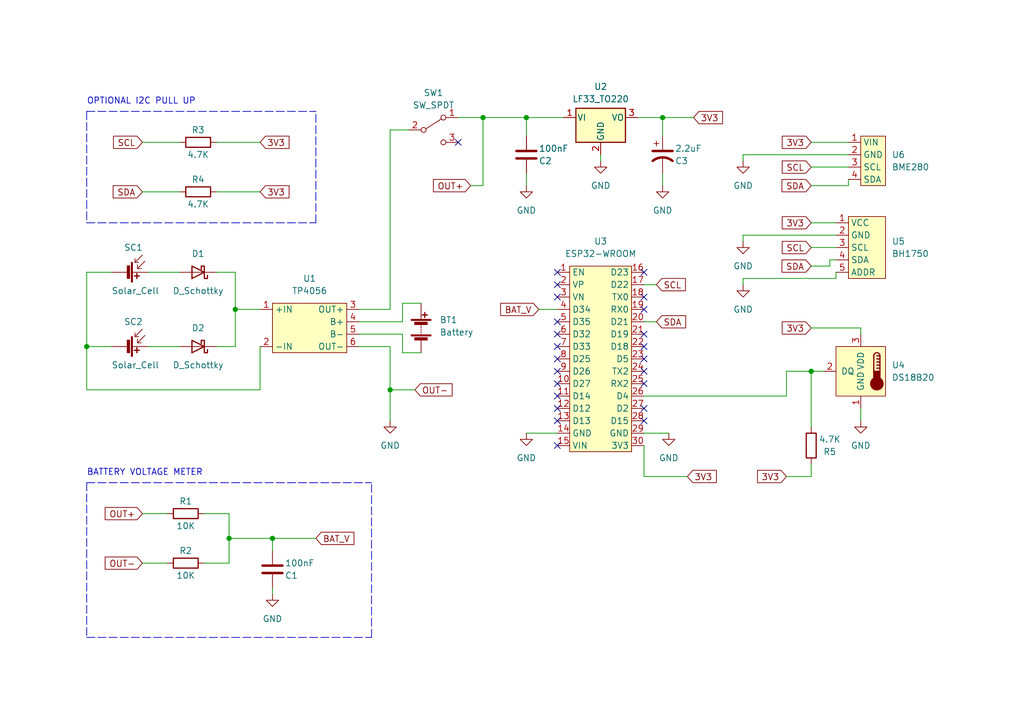
<source format=kicad_sch>
(kicad_sch (version 20211123) (generator eeschema)
  (paper "A5")
  (title_block (title "Meteo Station") (date "2022-01-24") (rev "1.0") (company "Author: alicja.space"))
  (lib_symbols
    (symbol "Device:Battery" (pin_numbers hide) (pin_names (offset 0) hide)
      (property "Reference" "BT" (at 2.54 2.54 0))
      (property "Value" "Battery" (at 2.54 0 0))
      (symbol "Battery_0_1"
        (rectangle (start -2.032 -1.397) (end 2.032 -1.651) (fill (type outline)))
        (rectangle (start -2.032 1.778) (end 2.032 1.524) (fill (type outline)))
        (rectangle (start -1.3208 -1.9812) (end 1.27 -2.4892) (fill (type outline)))
        (rectangle (start -1.3208 1.1938) (end 1.27 0.6858) (fill (type outline)))
        (polyline (pts (xy 0 -1.524) (xy 0 -1.27)))
        (polyline (pts (xy 0 -1.016) (xy 0 -0.762)))
        (polyline (pts (xy 0 -0.508) (xy 0 -0.254)))
        (polyline (pts (xy 0 0) (xy 0 0.254)))
        (polyline (pts (xy 0 0.508) (xy 0 0.762)))
        (polyline (pts (xy 0 1.778) (xy 0 2.54)))
        (polyline (pts (xy 0.254 2.667) (xy 1.27 2.667)) (stroke (width 0.254)))
        (polyline (pts (xy 0.762 3.175) (xy 0.762 2.159)) (stroke (width 0.254)))
      )
      (symbol "Battery_1_1"
        (pin passive line (at 0 5.08 270) (length 2.54) (name "+") (number "1"))
        (pin passive line (at 0 -5.08 90) (length 2.54) (name "-") (number "2"))
      )
    )
    (symbol "Device:C" (pin_numbers hide) (pin_names (offset 0.254))
      (property "Reference" "C" (at 0.635 2.54 0))
      (property "Value" "C" (at 0.635 -2.54 0))
      (symbol "C_0_1"
        (polyline (pts (xy -2.032 -0.762) (xy 2.032 -0.762)) (stroke (width 0.508)))
        (polyline (pts (xy -2.032 0.762) (xy 2.032 0.762)) (stroke (width 0.508)))
      )
      (symbol "C_1_1"
        (pin passive line (at 0 3.81 270) (length 2.794) (name "~") (number "1"))
        (pin passive line (at 0 -3.81 90) (length 2.794) (name "~") (number "2"))
      )
    )
    (symbol "Device:C_Polarized_US" (pin_numbers hide) (pin_names (offset 0.254) hide)
      (property "Reference" "C" (at 0.635 2.54 0))
      (property "Value" "C_Polarized_US" (at 0.635 -2.54 0))
      (symbol "C_Polarized_US_0_1"
        (polyline (pts (xy -2.032 0.762) (xy 2.032 0.762)) (stroke (width 0.508)))
        (polyline (pts (xy -1.778 2.286) (xy -0.762 2.286)))
        (polyline (pts (xy -1.27 1.778) (xy -1.27 2.794)))
        (arc (start 2.032 -1.27) (mid 0 -0.5572) (end -2.032 -1.27) (stroke (width 0.508)))
      )
      (symbol "C_Polarized_US_1_1"
        (pin passive line (at 0 3.81 270) (length 2.794) (name "~") (number "1"))
        (pin passive line (at 0 -3.81 90) (length 3.302) (name "~") (number "2"))
      )
    )
    (symbol "Device:D_Schottky" (pin_numbers hide) (pin_names (offset 1.016) hide)
      (property "Reference" "D" (at 0 2.54 0))
      (property "Value" "D_Schottky" (at 0 -2.54 0))
      (symbol "D_Schottky_0_1"
        (polyline (pts (xy 1.27 0) (xy -1.27 0)))
        (polyline (pts (xy 1.27 1.27) (xy 1.27 -1.27) (xy -1.27 0) (xy 1.27 1.27)) (stroke (width 0.254)))
        (polyline (pts (xy -1.905 0.635) (xy -1.905 1.27) (xy -1.27 1.27) (xy -1.27 -1.27) (xy -0.635 -1.27) (xy -0.635 -0.635)) (stroke (width 0.254)))
      )
      (symbol "D_Schottky_1_1"
        (pin passive line (at -3.81 0 0) (length 2.54) (name "K") (number "1"))
        (pin passive line (at 3.81 0 180) (length 2.54) (name "A") (number "2"))
      )
    )
    (symbol "Device:R" (pin_numbers hide) (pin_names (offset 0))
      (property "Reference" "R" (at 2.032 0 90))
      (property "Value" "R" (at 0 0 90))
      (symbol "R_0_1"
        (rectangle (start -1.016 -2.54) (end 1.016 2.54) (stroke (width 0.254)))
      )
      (symbol "R_1_1"
        (pin passive line (at 0 3.81 270) (length 1.27) (name "~") (number "1"))
        (pin passive line (at 0 -3.81 90) (length 1.27) (name "~") (number "2"))
      )
    )
    (symbol "Device:Solar_Cell" (pin_numbers hide) (pin_names (offset 0) hide)
      (property "Reference" "SC" (at 2.54 2.54 0))
      (property "Value" "Solar_Cell" (at 2.54 0 0))
      (symbol "Solar_Cell_0_1"
        (rectangle (start -2.032 1.778) (end 2.032 1.524) (fill (type outline)))
        (rectangle (start -1.3208 1.1938) (end 1.27 0.6858) (fill (type outline)))
        (polyline (pts (xy -2.032 2.286) (xy -3.556 3.81)))
        (polyline (pts (xy -0.762 2.794) (xy -2.286 4.318)))
        (polyline (pts (xy 0 0.762) (xy 0 0)))
        (polyline (pts (xy 0 1.778) (xy 0 2.54)))
        (polyline (pts (xy 0.254 2.667) (xy 1.27 2.667)) (stroke (width 0.254)))
        (polyline (pts (xy 0.762 3.175) (xy 0.762 2.159)) (stroke (width 0.254)))
        (polyline (pts (xy -2.032 3.048) (xy -2.032 2.286) (xy -2.794 2.286)))
        (polyline (pts (xy -0.762 3.556) (xy -0.762 2.794) (xy -1.524 2.794)))
      )
      (symbol "Solar_Cell_1_1"
        (pin passive line (at 0 5.08 270) (length 2.54) (name "+") (number "1"))
        (pin passive line (at 0 -2.54 90) (length 2.54) (name "-") (number "2"))
      )
    )
    (symbol "Switch:SW_SPDT" (pin_names (offset 0) hide)
      (property "Reference" "SW" (at 0 4.318 0))
      (property "Value" "SW_SPDT" (at 0 -5.08 0))
      (symbol "SW_SPDT_0_0"
        (circle (center -2.032 0) (radius 0.508))
        (circle (center 2.032 -2.54) (radius 0.508))
      )
      (symbol "SW_SPDT_0_1"
        (polyline (pts (xy -1.524 0.254) (xy 1.651 2.286)))
        (circle (center 2.032 2.54) (radius 0.508))
      )
      (symbol "SW_SPDT_1_1"
        (pin passive line (at 5.08 2.54 180) (length 2.54) (name "A") (number "1"))
        (pin passive line (at -5.08 0 0) (length 2.54) (name "B") (number "2"))
        (pin passive line (at 5.08 -2.54 180) (length 2.54) (name "C") (number "3"))
      )
    )
    (symbol "meteo_station_symbols:BH1750"
      (property "Reference" "U" (at 0 8.89 0))
      (property "Value" "BH1750" (at 0 6.35 0))
      (symbol "BH1750_0_1"
        (rectangle (start -3.81 3.81) (end 3.81 -8.89) (fill (type background)))
      )
      (symbol "BH1750_1_1"
        (pin power_in line (at -6.35 2.54 0) (length 2.54) (name "VCC") (number "1"))
        (pin power_in line (at -6.35 0 0) (length 2.54) (name "GND") (number "2"))
        (pin bidirectional line (at -6.35 -2.54 0) (length 2.54) (name "SCL") (number "3"))
        (pin bidirectional line (at -6.35 -5.08 0) (length 2.54) (name "SDA") (number "4"))
        (pin passive line (at -6.35 -7.62 0) (length 2.54) (name "ADDR") (number "5"))
      )
    )
    (symbol "meteo_station_symbols:BME280"
      (property "Reference" "U" (at 0 7.62 0))
      (property "Value" "BME280" (at 0 5.08 0))
      (symbol "BME280_0_1"
        (rectangle (start -2.54 2.54) (end 2.54 -7.62) (fill (type background)))
      )
      (symbol "BME280_1_1"
        (pin power_in line (at 5.08 1.27 180) (length 2.54) (name "VIN") (number "1"))
        (pin power_in line (at 5.08 -1.27 180) (length 2.54) (name "GND") (number "2"))
        (pin bidirectional line (at 5.08 -3.81 180) (length 2.54) (name "SCL") (number "3"))
        (pin bidirectional line (at 5.08 -6.35 180) (length 2.54) (name "SDA") (number "4"))
      )
    )
    (symbol "meteo_station_symbols:DS18B20" (pin_names (offset 1.016))
      (property "Reference" "U" (at -3.81 6.35 0))
      (property "Value" "DS18B20" (at 6.35 6.35 0))
      (symbol "DS18B20_0_1"
        (rectangle (start -5.08 5.08) (end 5.08 -5.08) (fill (type background)))
        (circle (center -3.302 -2.54) (radius 1.27) (stroke (width 0.254)) (fill (type outline)))
        (rectangle (start -2.667 -1.905) (end -3.937 0) (stroke (width 0.254)) (fill (type outline)))
        (arc (start -2.667 3.175) (mid -3.302 3.81) (end -3.937 3.175) (stroke (width 0.254)))
        (polyline (pts (xy -3.937 0.635) (xy -3.302 0.635)) (stroke (width 0.254)))
        (polyline (pts (xy -3.937 1.27) (xy -3.302 1.27)) (stroke (width 0.254)))
        (polyline (pts (xy -3.937 1.905) (xy -3.302 1.905)) (stroke (width 0.254)))
        (polyline (pts (xy -3.937 2.54) (xy -3.302 2.54)) (stroke (width 0.254)))
        (polyline (pts (xy -3.937 3.175) (xy -3.937 0)) (stroke (width 0.254)))
        (polyline (pts (xy -3.937 3.175) (xy -3.302 3.175)) (stroke (width 0.254)))
        (polyline (pts (xy -2.667 3.175) (xy -2.667 0)) (stroke (width 0.254)))
      )
      (symbol "DS18B20_1_1"
        (pin power_in line (at 0 -7.62 90) (length 2.54) (name "GND") (number "1"))
        (pin bidirectional line (at 7.62 0 180) (length 2.54) (name "DQ") (number "2"))
        (pin power_in line (at 0 7.62 270) (length 2.54) (name "VDD") (number "3"))
      )
    )
    (symbol "meteo_station_symbols:ESP32-WROOM"
      (property "Reference" "U" (at 0 12.7 0))
      (property "Value" "ESP32-WROOM" (at 0 10.16 0))
      (symbol "ESP32-WROOM_0_1"
        (rectangle (start -6.35 6.35) (end 6.35 -31.75) (fill (type background)))
      )
      (symbol "ESP32-WROOM_1_1"
        (pin bidirectional line (at -8.89 5.08 0) (length 2.54) (name "EN") (number "1"))
        (pin bidirectional line (at -8.89 -17.78 0) (length 2.54) (name "D27") (number "10"))
        (pin bidirectional line (at -8.89 -20.32 0) (length 2.54) (name "D14") (number "11"))
        (pin bidirectional line (at -8.89 -22.86 0) (length 2.54) (name "D12") (number "12"))
        (pin bidirectional line (at -8.89 -25.4 0) (length 2.54) (name "D13") (number "13"))
        (pin passive line (at -8.89 -27.94 0) (length 2.54) (name "GND") (number "14"))
        (pin passive line (at -8.89 -30.48 0) (length 2.54) (name "VIN") (number "15"))
        (pin bidirectional line (at 8.89 5.08 180) (length 2.54) (name "D23") (number "16"))
        (pin bidirectional line (at 8.89 2.54 180) (length 2.54) (name "D22") (number "17"))
        (pin bidirectional line (at 8.89 0 180) (length 2.54) (name "TX0") (number "18"))
        (pin bidirectional line (at 8.89 -2.54 180) (length 2.54) (name "RX0") (number "19"))
        (pin bidirectional line (at -8.89 2.54 0) (length 2.54) (name "VP") (number "2"))
        (pin bidirectional line (at 8.89 -5.08 180) (length 2.54) (name "D21") (number "20"))
        (pin bidirectional line (at 8.89 -7.62 180) (length 2.54) (name "D19") (number "21"))
        (pin bidirectional line (at 8.89 -10.16 180) (length 2.54) (name "D18") (number "22"))
        (pin bidirectional line (at 8.89 -12.7 180) (length 2.54) (name "D5") (number "23"))
        (pin bidirectional line (at 8.89 -15.24 180) (length 2.54) (name "TX2") (number "24"))
        (pin bidirectional line (at 8.89 -17.78 180) (length 2.54) (name "RX2") (number "25"))
        (pin bidirectional line (at 8.89 -20.32 180) (length 2.54) (name "D4") (number "26"))
        (pin bidirectional line (at 8.89 -22.86 180) (length 2.54) (name "D2") (number "27"))
        (pin bidirectional line (at 8.89 -25.4 180) (length 2.54) (name "D15") (number "28"))
        (pin power_in line (at 8.89 -27.94 180) (length 2.54) (name "GND") (number "29"))
        (pin bidirectional line (at -8.89 0 0) (length 2.54) (name "VN") (number "3"))
        (pin power_out line (at 8.89 -30.48 180) (length 2.54) (name "3V3") (number "30"))
        (pin bidirectional line (at -8.89 -2.54 0) (length 2.54) (name "D34") (number "4"))
        (pin bidirectional line (at -8.89 -5.08 0) (length 2.54) (name "D35") (number "5"))
        (pin bidirectional line (at -8.89 -7.62 0) (length 2.54) (name "D32") (number "6"))
        (pin bidirectional line (at -8.89 -10.16 0) (length 2.54) (name "D33") (number "7"))
        (pin bidirectional line (at -8.89 -12.7 0) (length 2.54) (name "D25") (number "8"))
        (pin bidirectional line (at -8.89 -15.24 0) (length 2.54) (name "D26") (number "9"))
      )
    )
    (symbol "meteo_station_symbols:LF33_TO220" (pin_names (offset 0.254))
      (property "Reference" "U" (at -3.81 3.175 0))
      (property "Value" "LF33_TO220" (at 0 3.175 0))
      (symbol "LF33_TO220_0_1"
        (rectangle (start -5.08 1.905) (end 5.08 -5.08) (stroke (width 0.254)) (fill (type background)))
      )
      (symbol "LF33_TO220_1_1"
        (pin passive line (at -7.62 0 0) (length 2.54) (name "VI") (number "1"))
        (pin power_in line (at 0 -7.62 90) (length 2.54) (name "GND") (number "2"))
        (pin passive line (at 7.62 0 180) (length 2.54) (name "VO") (number "3"))
      )
    )
    (symbol "meteo_station_symbols:TP4056"
      (property "Reference" "U" (at 0 10.16 0))
      (property "Value" "TP4056" (at 0 7.62 0))
      (symbol "TP4056_0_1"
        (rectangle (start -7.62 5.08) (end 7.62 -5.08) (fill (type background)))
      )
      (symbol "TP4056_1_1"
        (pin passive line (at -10.16 3.81 0) (length 2.54) (name "+IN") (number "1"))
        (pin passive line (at -10.16 -3.81 0) (length 2.54) (name "-IN") (number "2"))
        (pin power_out line (at 10.16 3.81 180) (length 2.54) (name "OUT+") (number "3"))
        (pin power_out line (at 10.16 1.27 180) (length 2.54) (name "B+") (number "4"))
        (pin power_out line (at 10.16 -1.27 180) (length 2.54) (name "B-") (number "5"))
        (pin power_out line (at 10.16 -3.81 180) (length 2.54) (name "OUT-") (number "6"))
      )
    )
    (symbol "power:GND" (power) (pin_names (offset 0))
      (property "Value" "GND" (at 0 -3.81 0))
      (symbol "GND_0_1"
        (polyline (pts (xy 0 0) (xy 0 -1.27) (xy 1.27 -1.27) (xy 0 -2.54) (xy -1.27 -1.27) (xy 0 -1.27)))
      )
      (symbol "GND_1_1"
        (pin power_in line (at 0 0 270) (length 0) hide (name "GND") (number "1"))
      )
    )
  )
  (junction (at 46.99 110.49))
  (junction (at 48.26 63.5))
  (junction (at 107.95 24.13))
  (junction (at 55.88 110.49))
  (junction (at 17.78 71.12))
  (junction (at 99.06 24.13))
  (junction (at 135.89 24.13))
  (junction (at 166.37 76.2))
  (junction (at 80.01 80.01))
  (no_connect (at 93.98 29.21))
  (no_connect (at 114.3 91.44))
  (no_connect (at 132.08 68.58))
  (no_connect (at 132.08 76.2))
  (no_connect (at 132.08 78.74))
  (no_connect (at 132.08 55.88))
  (no_connect (at 114.3 55.88))
  (no_connect (at 132.08 63.5))
  (no_connect (at 132.08 60.96))
  (no_connect (at 114.3 81.28))
  (no_connect (at 114.3 73.66))
  (no_connect (at 114.3 76.2))
  (no_connect (at 114.3 78.74))
  (no_connect (at 114.3 83.82))
  (no_connect (at 132.08 83.82))
  (no_connect (at 132.08 73.66))
  (no_connect (at 132.08 71.12))
  (no_connect (at 114.3 71.12))
  (no_connect (at 114.3 86.36))
  (no_connect (at 114.3 58.42))
  (no_connect (at 114.3 60.96))
  (no_connect (at 114.3 66.04))
  (no_connect (at 114.3 68.58))
  (no_connect (at 132.08 86.36))
  (polyline (pts (xy 17.78 22.86) (xy 17.78 45.72)))
  (wire (pts (xy 30.48 71.12) (xy 36.83 71.12)))
  (wire (pts (xy 161.29 76.2) (xy 161.29 81.28)))
  (wire (pts (xy 166.37 95.25) (xy 166.37 97.79)))
  (polyline (pts (xy 17.78 22.86) (xy 64.77 22.86)))
  (wire (pts (xy 29.21 39.37) (xy 36.83 39.37)))
  (wire (pts (xy 170.18 53.34) (xy 171.45 53.34)))
  (wire (pts (xy 166.37 54.61) (xy 170.18 54.61)))
  (wire (pts (xy 132.08 66.04) (xy 134.62 66.04)))
  (wire (pts (xy 29.21 29.21) (xy 36.83 29.21)))
  (wire (pts (xy 166.37 29.21) (xy 173.99 29.21)))
  (wire (pts (xy 135.89 24.13) (xy 142.24 24.13)))
  (wire (pts (xy 73.66 66.04) (xy 82.55 66.04)))
  (wire (pts (xy 99.06 24.13) (xy 107.95 24.13)))
  (wire (pts (xy 44.45 29.21) (xy 53.34 29.21)))
  (wire (pts (xy 44.45 71.12) (xy 48.26 71.12)))
  (wire (pts (xy 152.4 57.15) (xy 152.4 58.42)))
  (wire (pts (xy 55.88 110.49) (xy 64.77 110.49)))
  (wire (pts (xy 48.26 63.5) (xy 53.34 63.5)))
  (wire (pts (xy 53.34 71.12) (xy 53.34 80.01)))
  (wire (pts (xy 48.26 55.88) (xy 48.26 63.5)))
  (wire (pts (xy 132.08 88.9) (xy 137.16 88.9)))
  (wire (pts (xy 73.66 71.12) (xy 80.01 71.12)))
  (wire (pts (xy 107.95 24.13) (xy 115.57 24.13)))
  (wire (pts (xy 46.99 105.41) (xy 46.99 110.49)))
  (wire (pts (xy 96.52 38.1) (xy 99.06 38.1)))
  (wire (pts (xy 80.01 71.12) (xy 80.01 80.01)))
  (wire (pts (xy 80.01 26.67) (xy 80.01 63.5)))
  (wire (pts (xy 55.88 120.65) (xy 55.88 121.92)))
  (wire (pts (xy 166.37 34.29) (xy 173.99 34.29)))
  (wire (pts (xy 80.01 80.01) (xy 85.09 80.01)))
  (wire (pts (xy 166.37 50.8) (xy 171.45 50.8)))
  (wire (pts (xy 166.37 67.31) (xy 176.53 67.31)))
  (wire (pts (xy 123.19 31.75) (xy 123.19 33.02)))
  (wire (pts (xy 132.08 97.79) (xy 140.97 97.79)))
  (polyline (pts (xy 76.2 130.81) (xy 76.2 99.06)))
  (polyline (pts (xy 17.78 99.06) (xy 76.2 99.06)))
  (wire (pts (xy 46.99 115.57) (xy 41.91 115.57)))
  (polyline (pts (xy 17.78 45.72) (xy 64.77 45.72)))
  (wire (pts (xy 82.55 62.23) (xy 86.36 62.23)))
  (wire (pts (xy 41.91 105.41) (xy 46.99 105.41)))
  (wire (pts (xy 135.89 27.94) (xy 135.89 24.13)))
  (wire (pts (xy 17.78 80.01) (xy 17.78 71.12)))
  (wire (pts (xy 166.37 38.1) (xy 173.99 38.1)))
  (wire (pts (xy 73.66 68.58) (xy 82.55 68.58)))
  (polyline (pts (xy 17.78 99.06) (xy 17.78 130.81)))
  (polyline (pts (xy 17.78 130.81) (xy 76.2 130.81)))
  (wire (pts (xy 73.66 63.5) (xy 80.01 63.5)))
  (wire (pts (xy 176.53 83.82) (xy 176.53 86.36)))
  (wire (pts (xy 17.78 71.12) (xy 22.86 71.12)))
  (wire (pts (xy 152.4 31.75) (xy 152.4 33.02)))
  (wire (pts (xy 173.99 38.1) (xy 173.99 36.83)))
  (wire (pts (xy 17.78 55.88) (xy 17.78 71.12)))
  (wire (pts (xy 93.98 24.13) (xy 99.06 24.13)))
  (wire (pts (xy 86.36 72.39) (xy 82.55 72.39)))
  (wire (pts (xy 80.01 80.01) (xy 80.01 86.36)))
  (wire (pts (xy 166.37 76.2) (xy 168.91 76.2)))
  (wire (pts (xy 152.4 57.15) (xy 171.45 57.15)))
  (wire (pts (xy 152.4 48.26) (xy 152.4 49.53)))
  (wire (pts (xy 83.82 26.67) (xy 80.01 26.67)))
  (wire (pts (xy 166.37 45.72) (xy 171.45 45.72)))
  (wire (pts (xy 46.99 110.49) (xy 55.88 110.49)))
  (wire (pts (xy 132.08 58.42) (xy 134.62 58.42)))
  (wire (pts (xy 29.21 105.41) (xy 34.29 105.41)))
  (wire (pts (xy 17.78 80.01) (xy 53.34 80.01)))
  (wire (pts (xy 55.88 110.49) (xy 55.88 113.03)))
  (wire (pts (xy 22.86 55.88) (xy 17.78 55.88)))
  (wire (pts (xy 171.45 55.88) (xy 171.45 57.15)))
  (wire (pts (xy 46.99 110.49) (xy 46.99 115.57)))
  (wire (pts (xy 110.49 63.5) (xy 114.3 63.5)))
  (wire (pts (xy 152.4 48.26) (xy 171.45 48.26)))
  (wire (pts (xy 48.26 55.88) (xy 44.45 55.88)))
  (wire (pts (xy 107.95 88.9) (xy 114.3 88.9)))
  (wire (pts (xy 166.37 76.2) (xy 166.37 87.63)))
  (wire (pts (xy 107.95 35.56) (xy 107.95 38.1)))
  (wire (pts (xy 107.95 24.13) (xy 107.95 27.94)))
  (wire (pts (xy 161.29 97.79) (xy 166.37 97.79)))
  (wire (pts (xy 173.99 31.75) (xy 152.4 31.75)))
  (polyline (pts (xy 64.77 45.72) (xy 64.77 22.86)))
  (wire (pts (xy 132.08 91.44) (xy 132.08 97.79)))
  (wire (pts (xy 135.89 35.56) (xy 135.89 38.1)))
  (wire (pts (xy 132.08 81.28) (xy 161.29 81.28)))
  (wire (pts (xy 161.29 76.2) (xy 166.37 76.2)))
  (wire (pts (xy 176.53 67.31) (xy 176.53 68.58)))
  (wire (pts (xy 82.55 66.04) (xy 82.55 62.23)))
  (wire (pts (xy 29.21 115.57) (xy 34.29 115.57)))
  (wire (pts (xy 99.06 24.13) (xy 99.06 38.1)))
  (wire (pts (xy 44.45 39.37) (xy 53.34 39.37)))
  (wire (pts (xy 170.18 54.61) (xy 170.18 53.34)))
  (wire (pts (xy 30.48 55.88) (xy 36.83 55.88)))
  (wire (pts (xy 82.55 72.39) (xy 82.55 68.58)))
  (wire (pts (xy 48.26 71.12) (xy 48.26 63.5)))
  (wire (pts (xy 130.81 24.13) (xy 135.89 24.13)))
  (text "OPTIONAL I2C PULL UP" (at 17.78 21.59 0) (effects (font (size 1.27 1.27)) (justify left bottom)))
  (text "BATTERY VOLTAGE METER" (at 17.78 97.79 0) (effects (font (size 1.27 1.27)) (justify left bottom)))
  (global_label "SCL" (shape input) (at 29.21 29.21 180) (property "Intersheet References" "${INTERSHEET_REFS}" (effects hide)))
  (global_label "3V3" (shape input) (at 53.34 39.37 0) (property "Intersheet References" "${INTERSHEET_REFS}" (effects hide)))
  (global_label "3V3" (shape input) (at 142.24 24.13 0) (property "Intersheet References" "${INTERSHEET_REFS}" (effects hide)))
  (global_label "SDA" (shape input) (at 29.21 39.37 180) (property "Intersheet References" "${INTERSHEET_REFS}" (effects hide)))
  (global_label "3V3" (shape input) (at 161.29 97.79 180) (property "Intersheet References" "${INTERSHEET_REFS}" (effects hide)))
  (global_label "SDA" (shape input) (at 166.37 38.1 180) (property "Intersheet References" "${INTERSHEET_REFS}" (effects hide)))
  (global_label "OUT+" (shape input) (at 29.21 105.41 180) (property "Intersheet References" "${INTERSHEET_REFS}" (effects hide)))
  (global_label "3V3" (shape input) (at 166.37 29.21 180) (property "Intersheet References" "${INTERSHEET_REFS}" (effects hide)))
  (global_label "OUT-" (shape input) (at 85.09 80.01 0) (property "Intersheet References" "${INTERSHEET_REFS}" (effects hide)))
  (global_label "OUT+" (shape input) (at 96.52 38.1 180) (property "Intersheet References" "${INTERSHEET_REFS}" (effects hide)))
  (global_label "3V3" (shape input) (at 166.37 45.72 180) (property "Intersheet References" "${INTERSHEET_REFS}" (effects hide)))
  (global_label "3V3" (shape input) (at 166.37 67.31 180) (property "Intersheet References" "${INTERSHEET_REFS}" (effects hide)))
  (global_label "SDA" (shape input) (at 134.62 66.04 0) (property "Intersheet References" "${INTERSHEET_REFS}" (effects hide)))
  (global_label "SCL" (shape input) (at 134.62 58.42 0) (property "Intersheet References" "${INTERSHEET_REFS}" (effects hide)))
  (global_label "BAT_V" (shape input) (at 110.49 63.5 180) (property "Intersheet References" "${INTERSHEET_REFS}" (effects hide)))
  (global_label "3V3" (shape input) (at 53.34 29.21 0) (property "Intersheet References" "${INTERSHEET_REFS}" (effects hide)))
  (global_label "OUT-" (shape input) (at 29.21 115.57 180) (property "Intersheet References" "${INTERSHEET_REFS}" (effects hide)))
  (global_label "SCL" (shape input) (at 166.37 34.29 180) (property "Intersheet References" "${INTERSHEET_REFS}" (effects hide)))
  (global_label "SDA" (shape input) (at 166.37 54.61 180) (property "Intersheet References" "${INTERSHEET_REFS}" (effects hide)))
  (global_label "3V3" (shape input) (at 140.97 97.79 0) (property "Intersheet References" "${INTERSHEET_REFS}" (effects hide)))
  (global_label "BAT_V" (shape input) (at 64.77 110.49 0) (property "Intersheet References" "${INTERSHEET_REFS}" (effects hide)))
  (global_label "SCL" (shape input) (at 166.37 50.8 180) (property "Intersheet References" "${INTERSHEET_REFS}" (effects hide)))
  (symbol (lib_id "Device:R") (at 38.1 115.57 270) (unit 1)
    (property "Reference" "R2" (at 38.1 113.03 90))
    (property "Value" "10K" (at 38.1 118.11 90))
    (property "Footprint" "Resistor_SMD:R_0603_1608Metric" (effects hide))
  )
  (symbol (lib_id "power:GND") (at 137.16 88.9 0) (unit 1)
    (property "Reference" "#PWR07" (effects hide))
    (property "Value" "GND" (at 137.16 93.98 0))
  )
  (symbol (lib_id "meteo_station_symbols:TP4056") (at 63.5 67.31 0) (unit 1)
    (property "Reference" "U1" (at 63.5 57.15 0))
    (property "Value" "TP4056" (at 63.5 59.69 0))
    (property "Footprint" "meteo_station_footprints:TP4056" (effects hide))
  )
  (symbol (lib_id "power:GND") (at 152.4 58.42 0) (unit 1)
    (property "Reference" "#PWR010" (effects hide))
    (property "Value" "GND" (at 152.4 63.5 0))
  )
  (symbol (lib_id "Device:R") (at 40.64 39.37 270) (unit 1)
    (property "Reference" "R4" (at 40.64 36.83 90))
    (property "Value" "4.7K" (at 40.64 41.91 90))
    (property "Footprint" "Resistor_SMD:R_0603_1608Metric" (effects hide))
  )
  (symbol (lib_id "Device:Solar_Cell") (at 25.4 71.12 270) (unit 1)
    (property "Reference" "SC2" (at 25.4 66.04 90) (effects (justify left)))
    (property "Value" "Solar_Cell" (at 22.86 74.93 90) (effects (justify left)))
    (property "Footprint" "meteo_station_footprints:SolarPanel_JST" (effects hide))
  )
  (symbol (lib_id "power:GND") (at 135.89 38.1 0) (unit 1)
    (property "Reference" "#PWR06" (effects hide))
    (property "Value" "GND" (at 135.89 43.18 0))
  )
  (symbol (lib_id "Device:Solar_Cell") (at 25.4 55.88 270) (unit 1)
    (property "Reference" "SC1" (at 25.4 50.8 90) (effects (justify left)))
    (property "Value" "Solar_Cell" (at 22.86 59.69 90) (effects (justify left)))
    (property "Footprint" "meteo_station_footprints:SolarPanel_JST" (effects hide))
  )
  (symbol (lib_id "power:GND") (at 152.4 33.02 0) (unit 1)
    (property "Reference" "#PWR08" (effects hide))
    (property "Value" "GND" (at 152.4 38.1 0))
  )
  (symbol (lib_id "power:GND") (at 107.95 88.9 0) (unit 1)
    (property "Reference" "#PWR04" (effects hide))
    (property "Value" "GND" (at 107.95 93.98 0))
  )
  (symbol (lib_id "Device:D_Schottky") (at 40.64 71.12 180) (unit 1)
    (property "Reference" "D2" (at 40.64 67.31 0))
    (property "Value" "D_Schottky" (at 40.64 74.93 0))
    (property "Footprint" "Diode_SMD:D_SMB_Handsoldering" (effects hide))
  )
  (symbol (lib_id "power:GND") (at 107.95 38.1 0) (unit 1)
    (property "Reference" "#PWR03" (effects hide))
    (property "Value" "GND" (at 107.95 43.18 0))
  )
  (symbol (lib_id "Device:C") (at 55.88 116.84 0) (unit 1)
    (property "Reference" "C1" (at 58.42 118.11 0) (effects (justify left)))
    (property "Value" "100nF" (at 58.42 115.57 0) (effects (justify left)))
    (property "Footprint" "Capacitor_SMD:C_0603_1608Metric" (effects hide))
  )
  (symbol (lib_id "meteo_station_symbols:ESP32-WROOM") (at 123.19 60.96 0) (unit 1)
    (property "Reference" "U3" (at 123.19 49.53 0))
    (property "Value" "ESP32-WROOM" (at 123.19 52.07 0))
    (property "Footprint" "meteo_station_footprints:ESP32-WROOM" (effects hide))
  )
  (symbol (lib_id "Switch:SW_SPDT") (at 88.9 26.67 0) (unit 1)
    (property "Reference" "SW1" (at 88.9 19.05 0))
    (property "Value" "SW_SPDT" (at 88.9 21.59 0))
    (property "Footprint" "meteo_station_footprints:MTS102" (effects hide))
  )
  (symbol (lib_id "Device:Battery") (at 86.36 67.31 0) (unit 1)
    (property "Reference" "BT1" (at 90.17 65.6589 0) (effects (justify left)))
    (property "Value" "Battery" (at 90.17 68.1989 0) (effects (justify left)))
    (property "Footprint" "meteo_station_footprints:BatteryHolder" (effects hide))
  )
  (symbol (lib_id "power:GND") (at 176.53 86.36 0) (unit 1)
    (property "Reference" "#PWR011" (effects hide))
    (property "Value" "GND" (at 176.53 91.44 0))
  )
  (symbol (lib_id "power:GND") (at 123.19 33.02 0) (unit 1)
    (property "Reference" "#PWR05" (effects hide))
    (property "Value" "GND" (at 123.19 38.1 0))
  )
  (symbol (lib_id "power:GND") (at 152.4 49.53 0) (unit 1)
    (property "Reference" "#PWR09" (effects hide))
    (property "Value" "GND" (at 152.4 54.61 0))
  )
  (symbol (lib_id "power:GND") (at 80.01 86.36 0) (unit 1)
    (property "Reference" "#PWR02" (effects hide))
    (property "Value" "GND" (at 80.01 91.44 0))
  )
  (symbol (lib_id "Device:R") (at 40.64 29.21 270) (unit 1)
    (property "Reference" "R3" (at 40.64 26.67 90))
    (property "Value" "4.7K" (at 40.64 31.75 90))
    (property "Footprint" "Resistor_SMD:R_0603_1608Metric" (effects hide))
  )
  (symbol (lib_id "power:GND") (at 55.88 121.92 0) (unit 1)
    (property "Reference" "#PWR01" (effects hide))
    (property "Value" "GND" (at 55.88 127 0))
  )
  (symbol (lib_id "meteo_station_symbols:LF33_TO220") (at 123.19 24.13 0) (unit 1)
    (property "Reference" "U2" (at 123.19 17.78 0))
    (property "Value" "LF33_TO220" (at 123.19 20.32 0))
    (property "Footprint" "Package_TO_SOT_THT:TO-220-3_Vertical" (effects hide))
    (property "Datasheet" "http://www.st.com/content/ccc/resource/technical/document/datasheet/c4/0e/7e/2a/be/bc/4c/bd/CD00000546.pdf/files/CD00000546.pdf/jcr:content/translations/en.CD00000546.pdf" (effects hide))
  )
  (symbol (lib_id "Device:C") (at 107.95 31.75 0) (unit 1)
    (property "Reference" "C2" (at 110.49 33.02 0) (effects (justify left)))
    (property "Value" "100nF" (at 110.49 30.48 0) (effects (justify left)))
    (property "Footprint" "Capacitor_SMD:C_0603_1608Metric" (effects hide))
  )
  (symbol (lib_id "Device:C_Polarized_US") (at 135.89 31.75 0) (unit 1)
    (property "Reference" "C3" (at 138.43 33.02 0) (effects (justify left)))
    (property "Value" "2.2uF" (at 138.43 30.48 0) (effects (justify left)))
    (property "Footprint" "Capacitor_Tantalum_SMD:CP_EIA-3216-18_Kemet-A" (effects hide))
  )
  (symbol (lib_id "meteo_station_symbols:DS18B20") (at 176.53 76.2 0) (mirror y) (unit 1)
    (property "Reference" "U4" (at 182.88 74.9299 0) (effects (justify right)))
    (property "Value" "DS18B20" (at 182.88 77.4699 0) (effects (justify right)))
    (property "Footprint" "Package_TO_SOT_THT:TO-92_Inline" (effects hide))
    (property "Datasheet" "http://datasheets.maximintegrated.com/en/ds/DS18B20.pdf" (effects hide))
  )
  (symbol (lib_id "meteo_station_symbols:BME280") (at 179.07 30.48 0) (mirror y) (unit 1)
    (property "Reference" "U6" (at 182.88 31.7499 0) (effects (justify right)))
    (property "Value" "BME280" (at 182.88 34.2899 0) (effects (justify right)))
    (property "Footprint" "meteo_station_footprints:BME280" (effects hide))
  )
  (symbol (lib_id "Device:R") (at 166.37 91.44 180) (unit 1)
    (property "Reference" "R5" (at 170.18 92.71 0))
    (property "Value" "4.7K" (at 170.18 90.17 0))
    (property "Footprint" "Resistor_SMD:R_0603_1608Metric" (effects hide))
  )
  (symbol (lib_id "Device:D_Schottky") (at 40.64 55.88 180) (unit 1)
    (property "Reference" "D1" (at 40.64 52.07 0))
    (property "Value" "D_Schottky" (at 40.64 59.69 0))
    (property "Footprint" "Diode_SMD:D_SMB_Handsoldering" (effects hide))
  )
  (symbol (lib_id "Device:R") (at 38.1 105.41 270) (unit 1)
    (property "Reference" "R1" (at 38.1 102.87 90))
    (property "Value" "10K" (at 38.1 107.95 90))
    (property "Footprint" "Resistor_SMD:R_0603_1608Metric" (effects hide))
  )
  (symbol (lib_id "meteo_station_symbols:BH1750") (at 177.8 48.26 0) (unit 1)
    (property "Reference" "U5" (at 182.88 49.5299 0) (effects (justify left)))
    (property "Value" "BH1750" (at 182.88 52.0699 0) (effects (justify left)))
    (property "Footprint" "meteo_station_footprints:BH1750" (effects hide))
  )
)
</source>
